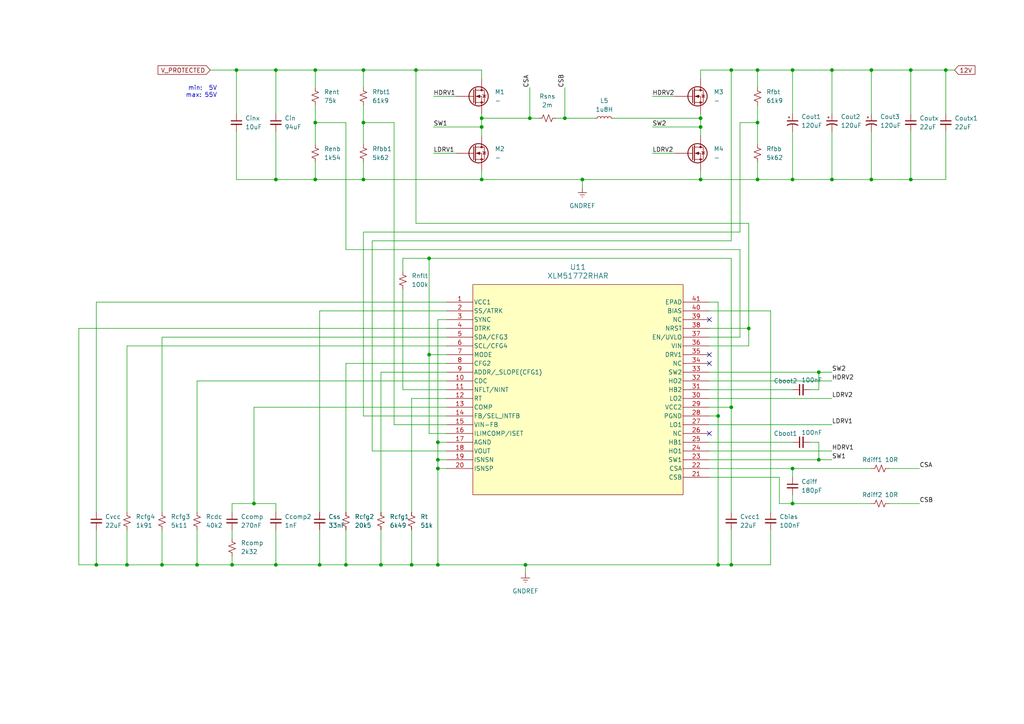
<source format=kicad_sch>
(kicad_sch (version 20250114) (generator "eeschema") (generator_version "9.0")
  (paper "A4")
  (lib_symbols
    (symbol "Device:C_Polarized_Small_US" (pin_numbers (hide yes)) (pin_names (offset 0.254) (hide yes))
      (property "Reference" "C" (at 0.254 1.778 0))
      (property "Value" "C_Polarized_Small_US" (at 0.254 -2.032 0))
      (symbol "C_Polarized_Small_US_0_1"
        (polyline (pts (xy -1.524 0.508) (xy 1.524 0.508)) (stroke (width 0.3048)))
        (polyline (pts (xy -1.27 1.524) (xy -0.762 1.524)))
        (polyline (pts (xy -1.016 1.27) (xy -1.016 1.778)))
        (arc (start -1.524 -0.762) (mid 0 -0.3734) (end 1.524 -0.762) (stroke (width 0.3048)))
      )
      (symbol "C_Polarized_Small_US_1_1"
        (pin passive line (at 0 2.54 270) (length 2.032) (name "~") (number "1"))
        (pin passive line (at 0 -2.54 90) (length 2.032) (name "~") (number "2"))
      )
    )
    (symbol "Device:C_Small" (pin_numbers (hide yes)) (pin_names (offset 0.254) (hide yes))
      (property "Reference" "C" (at 0.254 1.778 0))
      (property "Value" "C_Small" (at 0.254 -2.032 0))
      (symbol "C_Small_0_1"
        (polyline (pts (xy -1.524 0.508) (xy 1.524 0.508)) (stroke (width 0.3048)))
        (polyline (pts (xy -1.524 -0.508) (xy 1.524 -0.508)) (stroke (width 0.3302)))
      )
      (symbol "C_Small_1_1"
        (pin passive line (at 0 2.54 270) (length 2.032) (name "~") (number "1"))
        (pin passive line (at 0 -2.54 90) (length 2.032) (name "~") (number "2"))
      )
    )
    (symbol "Device:L_Small" (pin_numbers (hide yes)) (pin_names (offset 0.254) (hide yes))
      (property "Reference" "L" (at 0.762 1.016 0))
      (property "Value" "L_Small" (at 0.762 -1.016 0))
      (symbol "L_Small_0_1"
        (arc (start 0 2.032) (mid 0.5058 1.524) (end 0 1.016))
        (arc (start 0 1.016) (mid 0.5058 0.508) (end 0 0))
        (arc (start 0 0) (mid 0.5058 -0.508) (end 0 -1.016))
        (arc (start 0 -1.016) (mid 0.5058 -1.524) (end 0 -2.032))
      )
      (symbol "L_Small_1_1"
        (pin passive line (at 0 2.54 270) (length 0.508) (name "~") (number "1"))
        (pin passive line (at 0 -2.54 90) (length 0.508) (name "~") (number "2"))
      )
    )
    (symbol "Device:Q_NMOS_Depletion" (pin_numbers (hide yes)) (pin_names (offset 0) (hide yes))
      (property "Reference" "Q" (at 5.08 1.905 0))
      (property "Value" "Q_NMOS_Depletion" (at 5.08 0 0))
      (symbol "Q_NMOS_Depletion_0_1"
        (polyline (pts (xy 0.254 1.905) (xy 0.254 -1.905)) (stroke (width 0.254)))
        (polyline (pts (xy 0.254 0) (xy -2.54 0)))
        (polyline (pts (xy 0.762 2.286) (xy 0.762 -2.286)) (stroke (width 0.254)))
        (polyline (pts (xy 0.762 -1.778) (xy 3.302 -1.778) (xy 3.302 1.778) (xy 0.762 1.778)))
        (polyline (pts (xy 1.016 0) (xy 2.032 0.381) (xy 2.032 -0.381) (xy 1.016 0)) (fill (type outline)))
        (circle (center 1.651 0) (radius 2.794) (stroke (width 0.254)))
        (polyline (pts (xy 2.54 2.54) (xy 2.54 1.778)))
        (circle (center 2.54 1.778) (radius 0.254) (fill (type outline)))
        (circle (center 2.54 -1.778) (radius 0.254) (fill (type outline)))
        (polyline (pts (xy 2.54 -2.54) (xy 2.54 0) (xy 0.762 0)))
        (polyline (pts (xy 2.794 0.508) (xy 2.921 0.381) (xy 3.683 0.381) (xy 3.81 0.254)))
        (polyline (pts (xy 3.302 0.381) (xy 2.921 -0.254) (xy 3.683 -0.254) (xy 3.302 0.381)))
      )
      (symbol "Q_NMOS_Depletion_1_1"
        (pin input line (at -5.08 0 0) (length 2.54) (name "G") (number "G"))
        (pin passive line (at 2.54 5.08 270) (length 2.54) (name "D") (number "D"))
        (pin passive line (at 2.54 -5.08 90) (length 2.54) (name "S") (number "S"))
      )
    )
    (symbol "Device:R_Small_US" (pin_numbers (hide yes)) (pin_names (offset 0.254) (hide yes))
      (property "Reference" "R" (at 0.762 0.508 0))
      (property "Value" "R_Small_US" (at 0.762 -1.016 0))
      (symbol "R_Small_US_1_1"
        (polyline (pts (xy 0 1.524) (xy 1.016 1.143) (xy 0 0.762) (xy -1.016 0.381) (xy 0 0)))
        (polyline (pts (xy 0 0) (xy 1.016 -0.381) (xy 0 -0.762) (xy -1.016 -1.143) (xy 0 -1.524)))
        (pin passive line (at 0 2.54 270) (length 1.016) (name "~") (number "1"))
        (pin passive line (at 0 -2.54 90) (length 1.016) (name "~") (number "2"))
      )
    )
    (symbol "Regulator_Switching:XLM51772RHAR" (pin_names (offset 0.254))
      (property "Reference" "U" (at 38.1 10.16 0))
      (property "Value" "XLM51772RHAR" (at 38.1 7.62 0))
      (symbol "XLM51772RHAR_0_1"
        (pin output line (at 0 0 0) (length 7.62) (name "VCC1") (number "1"))
        (pin bidirectional line (at 0 -2.54 0) (length 7.62) (name "SS/ATRK") (number "2"))
        (pin input line (at 0 -5.08 0) (length 7.62) (name "SYNC") (number "3"))
        (pin input line (at 0 -7.62 0) (length 7.62) (name "DTRK") (number "4"))
        (pin bidirectional line (at 0 -10.16 0) (length 7.62) (name "SDA/CFG3") (number "5"))
        (pin input line (at 0 -12.7 0) (length 7.62) (name "SCL/CFG4") (number "6"))
        (pin input line (at 0 -15.24 0) (length 7.62) (name "MODE") (number "7"))
        (pin bidirectional line (at 0 -17.78 0) (length 7.62) (name "CFG2") (number "8"))
        (pin input line (at 0 -20.32 0) (length 7.62) (name "ADDR/_SLOPE(CFG1)") (number "9"))
        (pin output line (at 0 -22.86 0) (length 7.62) (name "CDC") (number "10"))
        (pin bidirectional line (at 0 -25.4 0) (length 7.62) (name "NFLT/NINT") (number "11"))
        (pin output line (at 0 -27.94 0) (length 7.62) (name "RT") (number "12"))
        (pin input line (at 0 -30.48 0) (length 7.62) (name "COMP") (number "13"))
        (pin input line (at 0 -33.02 0) (length 7.62) (name "FB/SEL_INTFB") (number "14"))
        (pin unspecified line (at 0 -35.56 0) (length 7.62) (name "VIN-FB") (number "15"))
        (pin unspecified line (at 0 -38.1 0) (length 7.62) (name "ILIMCOMP/ISET") (number "16"))
        (pin power_out line (at 0 -40.64 0) (length 7.62) (name "AGND") (number "17"))
        (pin input line (at 0 -43.18 0) (length 7.62) (name "VOUT") (number "18"))
        (pin input line (at 0 -45.72 0) (length 7.62) (name "ISNSN") (number "19"))
        (pin input line (at 0 -48.26 0) (length 7.62) (name "ISNSP") (number "20"))
        (pin power_out line (at 76.2 0 180) (length 7.62) (name "EPAD") (number "41"))
        (pin unspecified line (at 76.2 -2.54 180) (length 7.62) (name "BIAS") (number "40"))
        (pin power_out line (at 76.2 -5.08 180) (length 7.62) (name "NC") (number "39"))
        (pin output line (at 76.2 -7.62 180) (length 7.62) (name "NRST") (number "38"))
        (pin input line (at 76.2 -10.16 180) (length 7.62) (name "EN/UVLO") (number "37"))
        (pin input line (at 76.2 -12.7 180) (length 7.62) (name "VIN") (number "36"))
        (pin input line (at 76.2 -15.24 180) (length 7.62) (name "DRV1") (number "35"))
        (pin output line (at 76.2 -17.78 180) (length 7.62) (name "NC") (number "34"))
        (pin power_in line (at 76.2 -20.32 180) (length 7.62) (name "SW2") (number "33"))
        (pin output line (at 76.2 -22.86 180) (length 7.62) (name "HO2") (number "32"))
        (pin power_in line (at 76.2 -25.4 180) (length 7.62) (name "HB2") (number "31"))
        (pin output line (at 76.2 -27.94 180) (length 7.62) (name "LO2") (number "30"))
        (pin output line (at 76.2 -30.48 180) (length 7.62) (name "VCC2") (number "29"))
        (pin power_out line (at 76.2 -33.02 180) (length 7.62) (name "PGND") (number "28"))
        (pin output line (at 76.2 -35.56 180) (length 7.62) (name "LO1") (number "27"))
        (pin output line (at 76.2 -38.1 180) (length 7.62) (name "NC") (number "26"))
        (pin power_in line (at 76.2 -40.64 180) (length 7.62) (name "HB1") (number "25"))
        (pin output line (at 76.2 -43.18 180) (length 7.62) (name "HO1") (number "24"))
        (pin power_in line (at 76.2 -45.72 180) (length 7.62) (name "SW1") (number "23"))
        (pin input line (at 76.2 -48.26 180) (length 7.62) (name "CSA") (number "22"))
        (pin input line (at 76.2 -50.8 180) (length 7.62) (name "CSB") (number "21"))
      )
      (symbol "XLM51772RHAR_1_1"
        (rectangle (start 7.62 5.08) (end 68.58 -55.88) (fill (type background)))
      )
    )
    (symbol "power:GNDREF" (power) (pin_numbers (hide yes)) (pin_names (offset 0) (hide yes))
      (property "Value" "GNDREF" (at 0 -3.81 0))
      (symbol "GNDREF_0_1"
        (polyline (pts (xy -0.635 -1.905) (xy 0.635 -1.905)))
        (polyline (pts (xy -0.127 -2.54) (xy 0.127 -2.54)))
        (polyline (pts (xy 0 -1.27) (xy 0 0)))
        (polyline (pts (xy 1.27 -1.27) (xy -1.27 -1.27)))
      )
      (symbol "GNDREF_1_1"
        (pin power_in line (at 0 0 270) (length 0) (name "~") (number "1"))
      )
    )
  )
  (text "min:  5V\nmax: 55V" (at 62.992 26.67 0) (effects (font (size 1.27 1.27)) (justify right)))
  (junction (at 203.2 34.29))
  (junction (at 92.71 163.83))
  (junction (at 57.15 163.83))
  (junction (at 252.73 20.32))
  (junction (at 68.58 20.32))
  (junction (at 203.2 36.83))
  (junction (at 127 135.89))
  (junction (at 229.87 20.32))
  (junction (at 119.38 163.83))
  (junction (at 127 128.27))
  (junction (at 229.87 52.07))
  (junction (at 80.01 163.83))
  (junction (at 203.2 52.07))
  (junction (at 120.65 20.32))
  (junction (at 139.7 52.07))
  (junction (at 105.41 20.32))
  (junction (at 208.28 120.65))
  (junction (at 252.73 52.07))
  (junction (at 67.31 163.83))
  (junction (at 219.71 52.07))
  (junction (at 139.7 34.29))
  (junction (at 274.32 20.32))
  (junction (at 264.16 20.32))
  (junction (at 229.87 146.05))
  (junction (at 105.41 35.56))
  (junction (at 91.44 35.56))
  (junction (at 73.66 146.05))
  (junction (at 124.46 74.93))
  (junction (at 237.49 133.35))
  (junction (at 36.83 163.83))
  (junction (at 105.41 52.07))
  (junction (at 212.09 20.32))
  (junction (at 91.44 52.07))
  (junction (at 80.01 20.32))
  (junction (at 127 133.35))
  (junction (at 100.33 163.83))
  (junction (at 264.16 52.07))
  (junction (at 46.99 163.83))
  (junction (at 212.09 163.83))
  (junction (at 152.4 163.83))
  (junction (at 217.17 95.25))
  (junction (at 241.3 20.32))
  (junction (at 219.71 35.56))
  (junction (at 237.49 107.95))
  (junction (at 163.83 34.29))
  (junction (at 208.28 163.83))
  (junction (at 212.09 118.11))
  (junction (at 241.3 52.07))
  (junction (at 139.7 36.83))
  (junction (at 219.71 20.32))
  (junction (at 110.49 163.83))
  (junction (at 124.46 102.87))
  (junction (at 27.94 163.83))
  (junction (at 80.01 52.07))
  (junction (at 127 163.83))
  (junction (at 168.91 52.07))
  (junction (at 229.87 135.89))
  (junction (at 91.44 20.32))
  (junction (at 153.67 34.29))
  (no_connect (at 205.74 105.41))
  (no_connect (at 205.74 92.71))
  (no_connect (at 205.74 102.87))
  (no_connect (at 205.74 125.73))
  (wire (pts (xy 129.54 95.25) (xy 22.86 95.25)))
  (wire (pts (xy 252.73 38.1) (xy 252.73 52.07)))
  (wire (pts (xy 234.95 113.03) (xy 237.49 113.03)))
  (wire (pts (xy 219.71 35.56) (xy 219.71 41.91)))
  (wire (pts (xy 110.49 148.59) (xy 110.49 107.95)))
  (wire (pts (xy 205.74 120.65) (xy 208.28 120.65)))
  (wire (pts (xy 92.71 90.17) (xy 129.54 90.17)))
  (wire (pts (xy 139.7 52.07) (xy 168.91 52.07)))
  (wire (pts (xy 119.38 115.57) (xy 119.38 148.59)))
  (wire (pts (xy 274.32 38.1) (xy 274.32 52.07)))
  (wire (pts (xy 60.96 20.32) (xy 68.58 20.32)))
  (wire (pts (xy 36.83 163.83) (xy 46.99 163.83)))
  (wire (pts (xy 67.31 146.05) (xy 67.31 148.59)))
  (wire (pts (xy 92.71 148.59) (xy 92.71 90.17)))
  (wire (pts (xy 80.01 153.67) (xy 80.01 163.83)))
  (wire (pts (xy 91.44 20.32) (xy 91.44 25.4)))
  (wire (pts (xy 205.74 100.33) (xy 217.17 100.33)))
  (wire (pts (xy 217.17 64.77) (xy 120.65 64.77)))
  (wire (pts (xy 229.87 52.07) (xy 219.71 52.07)))
  (wire (pts (xy 153.67 34.29) (xy 156.21 34.29)))
  (wire (pts (xy 229.87 33.02) (xy 229.87 20.32)))
  (wire (pts (xy 68.58 20.32) (xy 68.58 33.02)))
  (wire (pts (xy 203.2 33.02) (xy 203.2 34.29)))
  (wire (pts (xy 80.01 20.32) (xy 80.01 33.02)))
  (wire (pts (xy 229.87 146.05) (xy 252.73 146.05)))
  (wire (pts (xy 129.54 115.57) (xy 119.38 115.57)))
  (wire (pts (xy 264.16 20.32) (xy 274.32 20.32)))
  (wire (pts (xy 80.01 52.07) (xy 91.44 52.07)))
  (wire (pts (xy 92.71 163.83) (xy 100.33 163.83)))
  (wire (pts (xy 67.31 161.29) (xy 67.31 163.83)))
  (wire (pts (xy 105.41 30.48) (xy 105.41 35.56)))
  (wire (pts (xy 129.54 97.79) (xy 46.99 97.79)))
  (wire (pts (xy 217.17 95.25) (xy 217.17 64.77)))
  (wire (pts (xy 252.73 52.07) (xy 241.3 52.07)))
  (wire (pts (xy 91.44 35.56) (xy 91.44 41.91)))
  (wire (pts (xy 124.46 102.87) (xy 129.54 102.87)))
  (wire (pts (xy 212.09 163.83) (xy 208.28 163.83)))
  (wire (pts (xy 177.8 34.29) (xy 203.2 34.29)))
  (wire (pts (xy 129.54 110.49) (xy 57.15 110.49)))
  (wire (pts (xy 189.23 27.94) (xy 195.58 27.94)))
  (wire (pts (xy 212.09 74.93) (xy 212.09 118.11)))
  (wire (pts (xy 127 133.35) (xy 127 135.89)))
  (wire (pts (xy 68.58 52.07) (xy 80.01 52.07)))
  (wire (pts (xy 203.2 34.29) (xy 203.2 36.83)))
  (wire (pts (xy 46.99 97.79) (xy 46.99 148.59)))
  (wire (pts (xy 91.44 20.32) (xy 105.41 20.32)))
  (wire (pts (xy 120.65 20.32) (xy 139.7 20.32)))
  (wire (pts (xy 105.41 20.32) (xy 105.41 25.4)))
  (wire (pts (xy 163.83 34.29) (xy 172.72 34.29)))
  (wire (pts (xy 257.81 146.05) (xy 266.7 146.05)))
  (wire (pts (xy 223.52 148.59) (xy 223.52 90.17)))
  (wire (pts (xy 107.95 130.81) (xy 107.95 69.85)))
  (wire (pts (xy 105.41 46.99) (xy 105.41 52.07)))
  (wire (pts (xy 91.44 46.99) (xy 91.44 52.07)))
  (wire (pts (xy 203.2 49.53) (xy 203.2 52.07)))
  (wire (pts (xy 212.09 153.67) (xy 212.09 163.83)))
  (wire (pts (xy 241.3 20.32) (xy 252.73 20.32)))
  (wire (pts (xy 129.54 123.19) (xy 114.3 123.19)))
  (wire (pts (xy 129.54 120.65) (xy 105.41 120.65)))
  (wire (pts (xy 116.84 74.93) (xy 124.46 74.93)))
  (wire (pts (xy 57.15 110.49) (xy 57.15 148.59)))
  (wire (pts (xy 110.49 163.83) (xy 119.38 163.83)))
  (wire (pts (xy 57.15 153.67) (xy 57.15 163.83)))
  (wire (pts (xy 139.7 22.86) (xy 139.7 20.32)))
  (wire (pts (xy 229.87 135.89) (xy 252.73 135.89)))
  (wire (pts (xy 205.74 130.81) (xy 241.3 130.81)))
  (wire (pts (xy 153.67 25.4) (xy 153.67 34.29)))
  (wire (pts (xy 257.81 135.89) (xy 266.7 135.89)))
  (wire (pts (xy 57.15 163.83) (xy 67.31 163.83)))
  (wire (pts (xy 205.74 135.89) (xy 229.87 135.89)))
  (wire (pts (xy 125.73 44.45) (xy 132.08 44.45)))
  (wire (pts (xy 80.01 146.05) (xy 73.66 146.05)))
  (wire (pts (xy 125.73 36.83) (xy 139.7 36.83)))
  (wire (pts (xy 105.41 35.56) (xy 105.41 41.91)))
  (wire (pts (xy 205.74 95.25) (xy 217.17 95.25)))
  (wire (pts (xy 105.41 67.31) (xy 214.63 67.31)))
  (wire (pts (xy 80.01 38.1) (xy 80.01 52.07)))
  (wire (pts (xy 219.71 20.32) (xy 212.09 20.32)))
  (wire (pts (xy 208.28 163.83) (xy 152.4 163.83)))
  (wire (pts (xy 110.49 153.67) (xy 110.49 163.83)))
  (wire (pts (xy 219.71 30.48) (xy 219.71 35.56)))
  (wire (pts (xy 203.2 36.83) (xy 203.2 39.37)))
  (wire (pts (xy 22.86 163.83) (xy 27.94 163.83)))
  (wire (pts (xy 252.73 20.32) (xy 264.16 20.32)))
  (wire (pts (xy 27.94 153.67) (xy 27.94 163.83)))
  (wire (pts (xy 214.63 97.79) (xy 214.63 72.39)))
  (wire (pts (xy 168.91 52.07) (xy 203.2 52.07)))
  (wire (pts (xy 264.16 52.07) (xy 252.73 52.07)))
  (wire (pts (xy 219.71 46.99) (xy 219.71 52.07)))
  (wire (pts (xy 91.44 52.07) (xy 105.41 52.07)))
  (wire (pts (xy 129.54 118.11) (xy 73.66 118.11)))
  (wire (pts (xy 124.46 125.73) (xy 124.46 102.87)))
  (wire (pts (xy 237.49 107.95) (xy 241.3 107.95)))
  (wire (pts (xy 241.3 33.02) (xy 241.3 20.32)))
  (wire (pts (xy 161.29 34.29) (xy 163.83 34.29)))
  (wire (pts (xy 105.41 52.07) (xy 139.7 52.07)))
  (wire (pts (xy 139.7 34.29) (xy 139.7 36.83)))
  (wire (pts (xy 100.33 163.83) (xy 110.49 163.83)))
  (wire (pts (xy 139.7 34.29) (xy 153.67 34.29)))
  (wire (pts (xy 223.52 153.67) (xy 223.52 163.83)))
  (wire (pts (xy 152.4 166.37) (xy 152.4 163.83)))
  (wire (pts (xy 212.09 148.59) (xy 212.09 118.11)))
  (wire (pts (xy 127 128.27) (xy 127 133.35)))
  (wire (pts (xy 127 92.71) (xy 127 128.27)))
  (wire (pts (xy 208.28 87.63) (xy 208.28 120.65)))
  (wire (pts (xy 67.31 153.67) (xy 67.31 156.21)))
  (wire (pts (xy 100.33 35.56) (xy 91.44 35.56)))
  (wire (pts (xy 205.74 128.27) (xy 229.87 128.27)))
  (wire (pts (xy 36.83 153.67) (xy 36.83 163.83)))
  (wire (pts (xy 241.3 38.1) (xy 241.3 52.07)))
  (wire (pts (xy 163.83 25.4) (xy 163.83 34.29)))
  (wire (pts (xy 127 163.83) (xy 119.38 163.83)))
  (wire (pts (xy 105.41 120.65) (xy 105.41 67.31)))
  (wire (pts (xy 120.65 64.77) (xy 120.65 20.32)))
  (wire (pts (xy 116.84 113.03) (xy 116.84 83.82)))
  (wire (pts (xy 36.83 148.59) (xy 36.83 100.33)))
  (wire (pts (xy 27.94 87.63) (xy 129.54 87.63)))
  (wire (pts (xy 264.16 38.1) (xy 264.16 52.07)))
  (wire (pts (xy 114.3 123.19) (xy 114.3 35.56)))
  (wire (pts (xy 125.73 27.94) (xy 132.08 27.94)))
  (wire (pts (xy 205.74 133.35) (xy 237.49 133.35)))
  (wire (pts (xy 127 135.89) (xy 129.54 135.89)))
  (wire (pts (xy 73.66 118.11) (xy 73.66 146.05)))
  (wire (pts (xy 68.58 38.1) (xy 68.58 52.07)))
  (wire (pts (xy 241.3 52.07) (xy 229.87 52.07)))
  (wire (pts (xy 46.99 163.83) (xy 57.15 163.83)))
  (wire (pts (xy 274.32 33.02) (xy 274.32 20.32)))
  (wire (pts (xy 152.4 163.83) (xy 127 163.83)))
  (wire (pts (xy 208.28 120.65) (xy 208.28 163.83)))
  (wire (pts (xy 139.7 36.83) (xy 139.7 39.37)))
  (wire (pts (xy 234.95 128.27) (xy 237.49 128.27)))
  (wire (pts (xy 80.01 148.59) (xy 80.01 146.05)))
  (wire (pts (xy 223.52 90.17) (xy 205.74 90.17)))
  (wire (pts (xy 129.54 92.71) (xy 127 92.71)))
  (wire (pts (xy 229.87 20.32) (xy 241.3 20.32)))
  (wire (pts (xy 264.16 33.02) (xy 264.16 20.32)))
  (wire (pts (xy 229.87 146.05) (xy 229.87 143.51)))
  (wire (pts (xy 127 135.89) (xy 127 163.83)))
  (wire (pts (xy 22.86 95.25) (xy 22.86 163.83)))
  (wire (pts (xy 237.49 107.95) (xy 237.49 113.03)))
  (wire (pts (xy 229.87 38.1) (xy 229.87 52.07)))
  (wire (pts (xy 205.74 110.49) (xy 241.3 110.49)))
  (wire (pts (xy 205.74 138.43) (xy 226.06 138.43)))
  (wire (pts (xy 229.87 135.89) (xy 229.87 138.43)))
  (wire (pts (xy 203.2 20.32) (xy 203.2 22.86)))
  (wire (pts (xy 226.06 146.05) (xy 229.87 146.05)))
  (wire (pts (xy 274.32 20.32) (xy 276.86 20.32)))
  (wire (pts (xy 110.49 107.95) (xy 129.54 107.95)))
  (wire (pts (xy 107.95 69.85) (xy 212.09 69.85)))
  (wire (pts (xy 214.63 72.39) (xy 100.33 72.39)))
  (wire (pts (xy 68.58 20.32) (xy 80.01 20.32)))
  (wire (pts (xy 264.16 52.07) (xy 274.32 52.07)))
  (wire (pts (xy 189.23 36.83) (xy 203.2 36.83)))
  (wire (pts (xy 226.06 138.43) (xy 226.06 146.05)))
  (wire (pts (xy 212.09 69.85) (xy 212.09 20.32)))
  (wire (pts (xy 92.71 153.67) (xy 92.71 163.83)))
  (wire (pts (xy 100.33 72.39) (xy 100.33 35.56)))
  (wire (pts (xy 129.54 105.41) (xy 100.33 105.41)))
  (wire (pts (xy 73.66 146.05) (xy 67.31 146.05)))
  (wire (pts (xy 205.74 123.19) (xy 241.3 123.19)))
  (wire (pts (xy 80.01 163.83) (xy 92.71 163.83)))
  (wire (pts (xy 214.63 35.56) (xy 219.71 35.56)))
  (wire (pts (xy 252.73 33.02) (xy 252.73 20.32)))
  (wire (pts (xy 127 133.35) (xy 129.54 133.35)))
  (wire (pts (xy 116.84 78.74) (xy 116.84 74.93)))
  (wire (pts (xy 36.83 100.33) (xy 129.54 100.33)))
  (wire (pts (xy 27.94 148.59) (xy 27.94 87.63)))
  (wire (pts (xy 100.33 153.67) (xy 100.33 163.83)))
  (wire (pts (xy 67.31 163.83) (xy 80.01 163.83)))
  (wire (pts (xy 205.74 87.63) (xy 208.28 87.63)))
  (wire (pts (xy 129.54 125.73) (xy 124.46 125.73)))
  (wire (pts (xy 114.3 35.56) (xy 105.41 35.56)))
  (wire (pts (xy 139.7 33.02) (xy 139.7 34.29)))
  (wire (pts (xy 214.63 67.31) (xy 214.63 35.56)))
  (wire (pts (xy 46.99 153.67) (xy 46.99 163.83)))
  (wire (pts (xy 129.54 130.81) (xy 107.95 130.81)))
  (wire (pts (xy 168.91 52.07) (xy 168.91 54.61)))
  (wire (pts (xy 27.94 163.83) (xy 36.83 163.83)))
  (wire (pts (xy 205.74 97.79) (xy 214.63 97.79)))
  (wire (pts (xy 100.33 105.41) (xy 100.33 148.59)))
  (wire (pts (xy 223.52 163.83) (xy 212.09 163.83)))
  (wire (pts (xy 124.46 74.93) (xy 212.09 74.93)))
  (wire (pts (xy 105.41 20.32) (xy 120.65 20.32)))
  (wire (pts (xy 205.74 113.03) (xy 229.87 113.03)))
  (wire (pts (xy 119.38 163.83) (xy 119.38 153.67)))
  (wire (pts (xy 229.87 20.32) (xy 219.71 20.32)))
  (wire (pts (xy 212.09 20.32) (xy 203.2 20.32)))
  (wire (pts (xy 189.23 44.45) (xy 195.58 44.45)))
  (wire (pts (xy 91.44 30.48) (xy 91.44 35.56)))
  (wire (pts (xy 205.74 107.95) (xy 237.49 107.95)))
  (wire (pts (xy 237.49 133.35) (xy 241.3 133.35)))
  (wire (pts (xy 129.54 113.03) (xy 116.84 113.03)))
  (wire (pts (xy 139.7 49.53) (xy 139.7 52.07)))
  (wire (pts (xy 219.71 52.07) (xy 203.2 52.07)))
  (wire (pts (xy 212.09 118.11) (xy 205.74 118.11)))
  (wire (pts (xy 219.71 25.4) (xy 219.71 20.32)))
  (wire (pts (xy 124.46 102.87) (xy 124.46 74.93)))
  (wire (pts (xy 80.01 20.32) (xy 91.44 20.32)))
  (wire (pts (xy 129.54 128.27) (xy 127 128.27)))
  (wire (pts (xy 237.49 128.27) (xy 237.49 133.35)))
  (wire (pts (xy 217.17 100.33) (xy 217.17 95.25)))
  (wire (pts (xy 205.74 115.57) (xy 241.3 115.57)))
  (label "CSB" (at 163.83 25.4 90))
  (label "SW2" (at 189.23 36.83 0))
  (label "SW1" (at 125.73 36.83 0))
  (label "CSB" (at 266.7 146.05 0))
  (label "SW1" (at 241.3 133.35 0))
  (label "CSA" (at 266.7 135.89 0))
  (label "HDRV1" (at 241.3 130.81 0))
  (label "SW2" (at 241.3 107.95 0))
  (label "HDRV2" (at 241.3 110.49 0))
  (label "LDRV1" (at 125.73 44.45 0))
  (label "HDRV2" (at 189.23 27.94 0))
  (label "LDRV2" (at 241.3 115.57 0))
  (label "HDRV1" (at 125.73 27.94 0))
  (label "LDRV2" (at 189.23 44.45 0))
  (label "LDRV1" (at 241.3 123.19 0))
  (label "CSA" (at 153.67 25.4 90))
  (global_label "12V" (shape input) (at 276.86 20.32 0) (property "Intersheetrefs" "${INTERSHEET_REFS}" (effects (hide yes))))
  (global_label "V_PROTECTED" (shape input) (at 60.96 20.32 180) (property "Intersheetrefs" "${INTERSHEET_REFS}" (effects (hide yes))))
  (symbol (lib_id "power:GNDREF") (at 168.91 54.61 0) (unit 1)
    (property "Reference" "#PWR02" (effects (hide yes)))
    (property "Value" "GNDREF" (at 168.91 59.69 0))
    (property "Description" "Power symbol creates a global label with name \"GNDREF\" , reference supply ground" (effects (hide yes)))
  )
  (symbol (lib_id "Device:Q_NMOS_Depletion") (at 137.16 27.94 0) (unit 1)
    (property "Reference" "M1" (at 143.51 26.6699 0) (effects (justify left)))
    (property "Value" "-" (at 143.51 29.2099 0) (effects (justify left)))
    (property "Description" "Depletion-mode N-channel MOSFET" (effects (hide yes)))
  )
  (symbol (lib_id "Device:R_Small_US") (at 158.75 34.29 90) (unit 1)
    (property "Reference" "Rsns" (at 158.75 27.94 90))
    (property "Value" "2m" (at 158.75 30.48 90))
    (property "Datasheet" "WSR22L000FEA" (effects (hide yes)))
    (property "Description" "Resistor, small US symbol" (effects (hide yes)))
  )
  (symbol (lib_id "Device:R_Small_US") (at 255.27 146.05 90) (unit 1)
    (property "Reference" "Rdiff2" (at 252.984 143.51 90))
    (property "Value" "10R" (at 258.572 143.51 90))
    (property "Datasheet" "CRCW060310R0FKEA" (effects (hide yes)))
    (property "Description" "Resistor, small US symbol" (effects (hide yes)))
  )
  (symbol (lib_id "Device:Q_NMOS_Depletion") (at 137.16 44.45 0) (unit 1)
    (property "Reference" "M2" (at 143.51 43.1799 0) (effects (justify left)))
    (property "Value" "-" (at 143.51 45.7199 0) (effects (justify left)))
    (property "Description" "Depletion-mode N-channel MOSFET" (effects (hide yes)))
  )
  (symbol (lib_id "Device:R_Small_US") (at 219.71 44.45 0) (unit 1)
    (property "Reference" "Rfbb" (at 222.25 43.1799 0) (effects (justify left)))
    (property "Value" "5k62" (at 222.25 45.7199 0) (effects (justify left)))
    (property "Datasheet" "CRCW04025K62FKED" (effects (hide yes)))
    (property "Description" "Resistor, small US symbol" (effects (hide yes)))
  )
  (symbol (lib_id "Device:R_Small_US") (at 36.83 151.13 0) (unit 1)
    (property "Reference" "Rcfg4" (at 39.37 149.8599 0) (effects (justify left)))
    (property "Value" "1k91" (at 39.37 152.3999 0) (effects (justify left)))
    (property "Datasheet" "CRCW04021K91FKED" (effects (hide yes)))
    (property "Description" "Resistor, small US symbol" (effects (hide yes)))
  )
  (symbol (lib_id "Device:R_Small_US") (at 100.33 151.13 0) (unit 1)
    (property "Reference" "Rcfg2" (at 102.87 149.8599 0) (effects (justify left)))
    (property "Value" "20k5" (at 102.87 152.3999 0) (effects (justify left)))
    (property "Datasheet" "CRCW040220K5FKED" (effects (hide yes)))
    (property "Description" "Resistor, small US symbol" (effects (hide yes)))
  )
  (symbol (lib_id "Device:C_Polarized_Small_US") (at 241.3 35.56 0) (unit 1)
    (property "Reference" "Cout2" (at 243.84 33.8581 0) (effects (justify left)))
    (property "Value" "120uF" (at 243.84 36.3981 0) (effects (justify left)))
    (property "Datasheet" "20SVPF120M" (effects (hide yes)))
    (property "Description" "Polarized capacitor, small US symbol" (effects (hide yes)))
  )
  (symbol (lib_id "Device:R_Small_US") (at 105.41 27.94 0) (unit 1)
    (property "Reference" "Rfbt1" (at 107.95 26.6699 0) (effects (justify left)))
    (property "Value" "61k9" (at 107.95 29.2099 0) (effects (justify left)))
    (property "Datasheet" "CRCW040261K9FKED" (effects (hide yes)))
    (property "Description" "Resistor, small US symbol" (effects (hide yes)))
  )
  (symbol (lib_id "Device:Q_NMOS_Depletion") (at 200.66 27.94 0) (unit 1)
    (property "Reference" "M3" (at 207.01 26.6699 0) (effects (justify left)))
    (property "Value" "-" (at 207.01 29.2099 0) (effects (justify left)))
    (property "Description" "Depletion-mode N-channel MOSFET" (effects (hide yes)))
  )
  (symbol (lib_id "Device:R_Small_US") (at 116.84 81.28 0) (unit 1)
    (property "Reference" "Rnflt" (at 119.38 80.0099 0) (effects (justify left)))
    (property "Value" "100k" (at 119.38 82.5499 0) (effects (justify left)))
    (property "Datasheet" "CRCW0402100KFKED" (effects (hide yes)))
    (property "Description" "Resistor, small US symbol" (effects (hide yes)))
  )
  (symbol (lib_id "Device:C_Small") (at 92.71 151.13 0) (unit 1)
    (property "Reference" "Css" (at 95.25 149.8662 0) (effects (justify left)))
    (property "Value" "33nF" (at 95.25 152.4062 0) (effects (justify left)))
    (property "Datasheet" "CGA3E3X7S2A333K080AB" (effects (hide yes)))
    (property "Description" "Unpolarized capacitor, small symbol" (effects (hide yes)))
  )
  (symbol (lib_id "Device:R_Small_US") (at 119.38 151.13 0) (unit 1)
    (property "Reference" "Rt" (at 121.92 149.8599 0) (effects (justify left)))
    (property "Value" "51k" (at 121.92 152.3999 0) (effects (justify left)))
    (property "Datasheet" "RC0603FR-0751KL" (effects (hide yes)))
    (property "Description" "Resistor, small US symbol" (effects (hide yes)))
  )
  (symbol (lib_id "Device:R_Small_US") (at 57.15 151.13 0) (unit 1)
    (property "Reference" "Rcdc" (at 59.69 149.8599 0) (effects (justify left)))
    (property "Value" "40k2" (at 59.69 152.3999 0) (effects (justify left)))
    (property "Datasheet" "CRCW040240K2FKED" (effects (hide yes)))
    (property "Description" "Resistor, small US symbol" (effects (hide yes)))
  )
  (symbol (lib_id "Device:C_Small") (at 232.41 113.03 90) (unit 1)
    (property "Reference" "Cboot2" (at 227.838 110.49 90))
    (property "Value" "100nF" (at 235.458 110.236 90))
    (property "Datasheet" "EMK107B7104KA-T" (effects (hide yes)))
    (property "Description" "Unpolarized capacitor, small symbol" (effects (hide yes)))
  )
  (symbol (lib_id "Device:C_Small") (at 274.32 35.56 0) (unit 1)
    (property "Reference" "Coutx1" (at 276.86 34.2962 0) (effects (justify left)))
    (property "Value" "22uF" (at 276.86 36.8362 0) (effects (justify left)))
    (property "Datasheet" "GRM32ER61E226KE15L" (effects (hide yes)))
    (property "Description" "Unpolarized capacitor, small symbol" (effects (hide yes)))
  )
  (symbol (lib_id "Device:R_Small_US") (at 91.44 27.94 0) (unit 1)
    (property "Reference" "Rent" (at 93.98 26.6699 0) (effects (justify left)))
    (property "Value" "75k" (at 93.98 29.2099 0) (effects (justify left)))
    (property "Datasheet" "CRCW060375K0FKEA" (effects (hide yes)))
    (property "Description" "Resistor, small US symbol" (effects (hide yes)))
  )
  (symbol (lib_id "Device:L_Small") (at 175.26 34.29 90) (unit 1)
    (property "Reference" "L5" (at 175.26 29.21 90))
    (property "Value" "1u8H" (at 175.26 31.75 90))
    (property "Datasheet" "XAL7070-182MEB" (effects (hide yes)))
    (property "Description" "Inductor, small symbol" (effects (hide yes)))
  )
  (symbol (lib_id "Device:C_Polarized_Small_US") (at 252.73 35.56 0) (unit 1)
    (property "Reference" "Cout3" (at 255.27 33.8581 0) (effects (justify left)))
    (property "Value" "120uF" (at 255.27 36.3981 0) (effects (justify left)))
    (property "Datasheet" "20SVPF120M" (effects (hide yes)))
    (property "Description" "Polarized capacitor, small US symbol" (effects (hide yes)))
  )
  (symbol (lib_id "Device:C_Small") (at 27.94 151.13 0) (unit 1)
    (property "Reference" "Cvcc" (at 30.48 149.8662 0) (effects (justify left)))
    (property "Value" "22uF" (at 30.48 152.4062 0) (effects (justify left)))
    (property "Datasheet" "GRM188R60J226MEA0D" (effects (hide yes)))
    (property "Description" "Unpolarized capacitor, small symbol" (effects (hide yes)))
  )
  (symbol (lib_id "Device:R_Small_US") (at 255.27 135.89 90) (unit 1)
    (property "Reference" "Rdiff1" (at 252.984 133.35 90))
    (property "Value" "10R" (at 258.572 133.35 90))
    (property "Datasheet" "CRCW060310R0FKEA" (effects (hide yes)))
    (property "Description" "Resistor, small US symbol" (effects (hide yes)))
  )
  (symbol (lib_id "Device:C_Polarized_Small_US") (at 229.87 35.56 0) (unit 1)
    (property "Reference" "Cout1" (at 232.41 33.8581 0) (effects (justify left)))
    (property "Value" "120uF" (at 232.41 36.3981 0) (effects (justify left)))
    (property "Datasheet" "20SVPF120M" (effects (hide yes)))
    (property "Description" "Polarized capacitor, small US symbol" (effects (hide yes)))
  )
  (symbol (lib_id "Device:R_Small_US") (at 91.44 44.45 0) (unit 1)
    (property "Reference" "Renb" (at 93.98 43.1799 0) (effects (justify left)))
    (property "Value" "1k54" (at 93.98 45.7199 0) (effects (justify left)))
    (property "Datasheet" "CRCW04021K54FKED" (effects (hide yes)))
    (property "Description" "Resistor, small US symbol" (effects (hide yes)))
  )
  (symbol (lib_id "Device:C_Small") (at 264.16 35.56 0) (unit 1)
    (property "Reference" "Coutx" (at 266.7 34.2962 0) (effects (justify left)))
    (property "Value" "22uF" (at 266.7 36.8362 0) (effects (justify left)))
    (property "Datasheet" "GRM32ER61E226KE15L" (effects (hide yes)))
    (property "Description" "Unpolarized capacitor, small symbol" (effects (hide yes)))
  )
  (symbol (lib_id "Device:C_Small") (at 223.52 151.13 0) (unit 1)
    (property "Reference" "Cbias" (at 226.06 149.8662 0) (effects (justify left)))
    (property "Value" "100nF" (at 226.06 152.4062 0) (effects (justify left)))
    (property "Datasheet" "C2012X7R2A104K125AA" (effects (hide yes)))
    (property "Description" "Unpolarized capacitor, small symbol" (effects (hide yes)))
  )
  (symbol (lib_id "Device:R_Small_US") (at 105.41 44.45 0) (unit 1)
    (property "Reference" "Rfbb1" (at 107.95 43.1799 0) (effects (justify left)))
    (property "Value" "5k62" (at 107.95 45.7199 0) (effects (justify left)))
    (property "Datasheet" "CRCW04025K62FKED" (effects (hide yes)))
    (property "Description" "Resistor, small US symbol" (effects (hide yes)))
  )
  (symbol (lib_id "Device:R_Small_US") (at 219.71 27.94 0) (unit 1)
    (property "Reference" "Rfbt" (at 222.25 26.6699 0) (effects (justify left)))
    (property "Value" "61k9" (at 222.25 29.2099 0) (effects (justify left)))
    (property "Datasheet" "CRCW040261K9FKED" (effects (hide yes)))
    (property "Description" "Resistor, small US symbol" (effects (hide yes)))
  )
  (symbol (lib_id "Device:C_Small") (at 67.31 151.13 0) (unit 1)
    (property "Reference" "Ccomp" (at 69.85 149.8662 0) (effects (justify left)))
    (property "Value" "270nF" (at 69.85 152.4062 0) (effects (justify left)))
    (property "Datasheet" "GRM188R71C274KA01D" (effects (hide yes)))
    (property "Description" "Unpolarized capacitor, small symbol" (effects (hide yes)))
  )
  (symbol (lib_id "Device:C_Small") (at 229.87 140.97 0) (unit 1)
    (property "Reference" "Cdiff" (at 232.41 139.7062 0) (effects (justify left)))
    (property "Value" "180pF" (at 232.41 142.2462 0) (effects (justify left)))
    (property "Datasheet" "C0805C181K5GACTU" (effects (hide yes)))
    (property "Description" "Unpolarized capacitor, small symbol" (effects (hide yes)))
  )
  (symbol (lib_id "power:GNDREF") (at 152.4 166.37 0) (unit 1)
    (property "Reference" "#PWR01" (effects (hide yes)))
    (property "Value" "GNDREF" (at 152.4 171.45 0))
    (property "Description" "Power symbol creates a global label with name \"GNDREF\" , reference supply ground" (effects (hide yes)))
  )
  (symbol (lib_id "Device:C_Small") (at 212.09 151.13 0) (unit 1)
    (property "Reference" "Cvcc1" (at 214.63 149.8662 0) (effects (justify left)))
    (property "Value" "22uF" (at 214.63 152.4062 0) (effects (justify left)))
    (property "Datasheet" "GRM188R60J226MEA0D" (effects (hide yes)))
    (property "Description" "Unpolarized capacitor, small symbol" (effects (hide yes)))
  )
  (symbol (lib_id "Device:R_Small_US") (at 46.99 151.13 0) (unit 1)
    (property "Reference" "Rcfg3" (at 49.53 149.8599 0) (effects (justify left)))
    (property "Value" "5k11" (at 49.53 152.3999 0) (effects (justify left)))
    (property "Datasheet" "CRCW04025K11FKED" (effects (hide yes)))
    (property "Description" "Resistor, small US symbol" (effects (hide yes)))
  )
  (symbol (lib_id "Device:R_Small_US") (at 67.31 158.75 0) (unit 1)
    (property "Reference" "Rcomp" (at 69.85 157.4799 0) (effects (justify left)))
    (property "Value" "2k32" (at 69.85 160.0199 0) (effects (justify left)))
    (property "Datasheet" "CRCW04022K32FKED" (effects (hide yes)))
    (property "Description" "Resistor, small US symbol" (effects (hide yes)))
  )
  (symbol (lib_id "Device:C_Small") (at 80.01 35.56 0) (unit 1)
    (property "Reference" "Cin" (at 82.55 34.2962 0) (effects (justify left)))
    (property "Value" "94uF" (at 82.55 36.8362 0) (effects (justify left)))
    (property "Description" "Unpolarized capacitor, small symbol" (effects (hide yes)))
  )
  (symbol (lib_id "Device:R_Small_US") (at 110.49 151.13 0) (unit 1)
    (property "Reference" "Rcfg1" (at 113.03 149.8599 0) (effects (justify left)))
    (property "Value" "6k49" (at 113.03 152.3999 0) (effects (justify left)))
    (property "Datasheet" "CRCW04026K49FKED" (effects (hide yes)))
    (property "Description" "Resistor, small US symbol" (effects (hide yes)))
  )
  (symbol (lib_id "Device:Q_NMOS_Depletion") (at 200.66 44.45 0) (unit 1)
    (property "Reference" "M4" (at 207.01 43.1799 0) (effects (justify left)))
    (property "Value" "-" (at 207.01 45.7199 0) (effects (justify left)))
    (property "Description" "Depletion-mode N-channel MOSFET" (effects (hide yes)))
  )
  (symbol (lib_id "Device:C_Small") (at 80.01 151.13 0) (unit 1)
    (property "Reference" "Ccomp2" (at 82.55 149.8662 0) (effects (justify left)))
    (property "Value" "1nF" (at 82.55 152.4062 0) (effects (justify left)))
    (property "Datasheet" "GRM155R71C102KA01D" (effects (hide yes)))
    (property "Description" "Unpolarized capacitor, small symbol" (effects (hide yes)))
  )
  (symbol (lib_id "Device:C_Small") (at 232.41 128.27 90) (unit 1)
    (property "Reference" "Cboot1" (at 227.838 125.73 90))
    (property "Value" "100nF" (at 235.458 125.476 90))
    (property "Datasheet" "EMK107B7104KA-T" (effects (hide yes)))
    (property "Description" "Unpolarized capacitor, small symbol" (effects (hide yes)))
  )
  (symbol (lib_id "Regulator_Switching:XLM51772RHAR") (at 129.54 87.63 0) (unit 1)
    (property "Reference" "U11" (at 167.64 77.47 0) (effects (font (size 1.524 1.524))))
    (property "Value" "XLM51772RHAR" (at 167.64 80.01 0) (effects (font (size 1.524 1.524))))
    (property "Footprint" "VQFN40_RHA_TEX" (effects (hide yes)))
    (property "Datasheet" "XLM51772RHAR" (effects (hide yes)))
  )
  (symbol (lib_id "Device:C_Small") (at 68.58 35.56 0) (unit 1)
    (property "Reference" "Cinx" (at 71.12 34.2962 0) (effects (justify left)))
    (property "Value" "10uF" (at 71.12 36.8362 0) (effects (justify left)))
    (property "Datasheet" "C3225X7R1H106M250AC" (effects (hide yes)))
    (property "Description" "Unpolarized capacitor, small symbol" (effects (hide yes)))
  )
)
</source>
